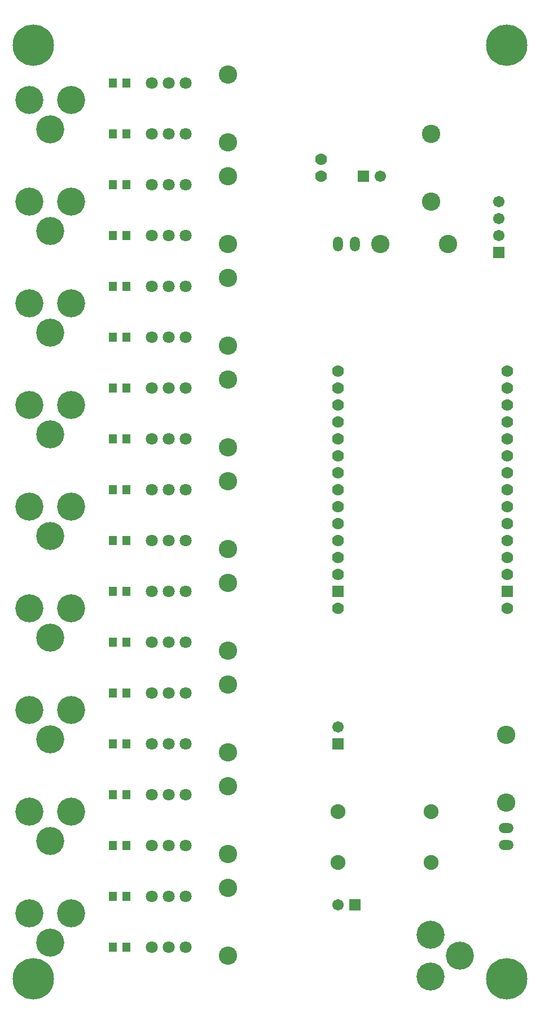
<source format=gts>
G04 Layer_Color=8388736*
%FSLAX24Y24*%
%MOIN*%
G70*
G01*
G75*
%ADD34R,0.0480X0.0580*%
%ADD35C,0.1655*%
%ADD36C,0.1080*%
%ADD37R,0.0671X0.0671*%
%ADD38C,0.0671*%
%ADD39C,0.0880*%
%ADD40O,0.0880X0.0580*%
%ADD41O,0.0580X0.0880*%
%ADD42R,0.0671X0.0671*%
%ADD43C,0.0710*%
%ADD44C,0.0700*%
%ADD45R,0.0700X0.0700*%
%ADD46C,0.0700*%
%ADD47C,0.2442*%
G54D34*
X-13976Y22713D02*
D03*
X-14776D02*
D03*
X-13976Y46713D02*
D03*
X-14776D02*
D03*
Y25713D02*
D03*
X-13976D02*
D03*
Y16713D02*
D03*
X-14776D02*
D03*
Y49713D02*
D03*
X-13976D02*
D03*
Y40713D02*
D03*
X-14776D02*
D03*
Y19713D02*
D03*
X-13976D02*
D03*
Y10713D02*
D03*
X-14776D02*
D03*
Y43713D02*
D03*
X-13976D02*
D03*
Y34713D02*
D03*
X-14776D02*
D03*
Y13713D02*
D03*
X-13976D02*
D03*
Y4713D02*
D03*
X-14776D02*
D03*
Y37713D02*
D03*
X-13976D02*
D03*
Y28713D02*
D03*
X-14776D02*
D03*
Y7713D02*
D03*
X-13976D02*
D03*
Y-1287D02*
D03*
X-14776D02*
D03*
Y31713D02*
D03*
X-13976D02*
D03*
X-14776Y1713D02*
D03*
X-13976D02*
D03*
G54D35*
X-17217Y48724D02*
D03*
X-19697D02*
D03*
X-18457Y46988D02*
D03*
X-17217Y724D02*
D03*
X-19697D02*
D03*
X-18457Y-1012D02*
D03*
X-17217Y6724D02*
D03*
X-19697D02*
D03*
X-18457Y4988D02*
D03*
X-17217Y12724D02*
D03*
X-19697D02*
D03*
X-18457Y10988D02*
D03*
X-17217Y18724D02*
D03*
X-19697D02*
D03*
X-18457Y16988D02*
D03*
X-17217Y24724D02*
D03*
X-19697D02*
D03*
X-18457Y22988D02*
D03*
X-17217Y30724D02*
D03*
X-19697D02*
D03*
X-18457Y28988D02*
D03*
X-17217Y36724D02*
D03*
X-19697D02*
D03*
X-18457Y34988D02*
D03*
X-17217Y42724D02*
D03*
X-19697D02*
D03*
X-18457Y40988D02*
D03*
X4012Y-528D02*
D03*
Y-3008D02*
D03*
X5748Y-1768D02*
D03*
G54D36*
X8482Y11240D02*
D03*
Y7240D02*
D03*
X5024Y40213D02*
D03*
X1024D02*
D03*
X-7976Y50213D02*
D03*
Y46213D02*
D03*
Y26213D02*
D03*
Y22213D02*
D03*
Y20213D02*
D03*
Y16213D02*
D03*
Y44213D02*
D03*
Y40213D02*
D03*
Y14213D02*
D03*
Y10213D02*
D03*
Y38213D02*
D03*
Y34213D02*
D03*
Y8213D02*
D03*
Y4213D02*
D03*
Y32213D02*
D03*
Y28213D02*
D03*
Y2213D02*
D03*
Y-1787D02*
D03*
X4024Y42713D02*
D03*
Y46713D02*
D03*
G54D37*
X-1476Y10713D02*
D03*
X8024Y39713D02*
D03*
G54D38*
X-1476Y11713D02*
D03*
X8024Y42713D02*
D03*
Y41713D02*
D03*
Y40713D02*
D03*
X-1476Y1213D02*
D03*
X1024Y44213D02*
D03*
G54D39*
X4024Y6713D02*
D03*
Y3713D02*
D03*
X-1476Y6713D02*
D03*
Y3713D02*
D03*
G54D40*
X8482Y4740D02*
D03*
Y5740D02*
D03*
G54D41*
X-1476Y40213D02*
D03*
X-476D02*
D03*
G54D42*
Y1213D02*
D03*
X24Y44213D02*
D03*
G54D43*
X-12476Y46713D02*
D03*
X-11476D02*
D03*
X-10476D02*
D03*
Y49713D02*
D03*
X-11476D02*
D03*
X-12476D02*
D03*
Y22713D02*
D03*
X-11476D02*
D03*
X-10476D02*
D03*
Y25713D02*
D03*
X-11476D02*
D03*
X-12476D02*
D03*
Y16713D02*
D03*
X-11476D02*
D03*
X-10476D02*
D03*
Y19713D02*
D03*
X-11476D02*
D03*
X-12476D02*
D03*
Y40713D02*
D03*
X-11476D02*
D03*
X-10476D02*
D03*
Y43713D02*
D03*
X-11476D02*
D03*
X-12476D02*
D03*
Y10713D02*
D03*
X-11476D02*
D03*
X-10476D02*
D03*
Y13713D02*
D03*
X-11476D02*
D03*
X-12476D02*
D03*
Y34713D02*
D03*
X-11476D02*
D03*
X-10476D02*
D03*
Y37713D02*
D03*
X-11476D02*
D03*
X-12476D02*
D03*
Y4713D02*
D03*
X-11476D02*
D03*
X-10476D02*
D03*
Y7713D02*
D03*
X-11476D02*
D03*
X-12476D02*
D03*
Y28713D02*
D03*
X-11476D02*
D03*
X-10476D02*
D03*
Y31713D02*
D03*
X-11476D02*
D03*
X-12476D02*
D03*
Y-1287D02*
D03*
X-11476D02*
D03*
X-10476D02*
D03*
Y1713D02*
D03*
X-11476D02*
D03*
X-12476D02*
D03*
G54D44*
X-1476Y32713D02*
D03*
Y31713D02*
D03*
Y30713D02*
D03*
Y29713D02*
D03*
Y28713D02*
D03*
Y27713D02*
D03*
Y26713D02*
D03*
Y25713D02*
D03*
Y24713D02*
D03*
Y23713D02*
D03*
Y22713D02*
D03*
Y21713D02*
D03*
Y20713D02*
D03*
Y18713D02*
D03*
X8524D02*
D03*
Y20713D02*
D03*
Y21713D02*
D03*
Y22713D02*
D03*
Y23713D02*
D03*
Y24713D02*
D03*
Y25713D02*
D03*
Y26713D02*
D03*
Y27713D02*
D03*
Y28713D02*
D03*
Y29713D02*
D03*
Y30713D02*
D03*
Y31713D02*
D03*
Y32713D02*
D03*
G54D45*
Y19713D02*
D03*
X-1476D02*
D03*
G54D46*
X-2476Y45213D02*
D03*
Y44213D02*
D03*
G54D47*
X-19449Y-3150D02*
D03*
X8504D02*
D03*
Y51968D02*
D03*
X-19449D02*
D03*
M02*

</source>
